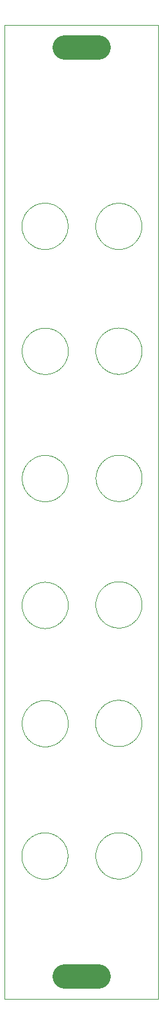
<source format=gko>
G75*
%MOIN*%
%OFA0B0*%
%FSLAX25Y25*%
%IPPOS*%
%LPD*%
%AMOC8*
5,1,8,0,0,1.08239X$1,22.5*
%
%ADD10C,0.00394*%
%ADD11C,0.12598*%
%ADD12C,0.00000*%
D10*
X0001998Y0001336D02*
X0001998Y0507242D01*
X0081998Y0507242D01*
X0081998Y0001336D01*
X0001998Y0001336D01*
D11*
X0033494Y0013147D02*
X0051211Y0013147D01*
X0051211Y0495431D02*
X0033494Y0495431D01*
D12*
X0011051Y0402798D02*
X0011055Y0403093D01*
X0011065Y0403387D01*
X0011084Y0403681D01*
X0011109Y0403975D01*
X0011141Y0404268D01*
X0011181Y0404560D01*
X0011228Y0404851D01*
X0011282Y0405141D01*
X0011343Y0405429D01*
X0011411Y0405716D01*
X0011486Y0406001D01*
X0011568Y0406284D01*
X0011657Y0406565D01*
X0011753Y0406843D01*
X0011856Y0407120D01*
X0011965Y0407393D01*
X0012081Y0407664D01*
X0012204Y0407932D01*
X0012333Y0408197D01*
X0012469Y0408459D01*
X0012611Y0408717D01*
X0012759Y0408971D01*
X0012914Y0409222D01*
X0013075Y0409469D01*
X0013241Y0409712D01*
X0013414Y0409951D01*
X0013593Y0410186D01*
X0013777Y0410416D01*
X0013966Y0410641D01*
X0014162Y0410862D01*
X0014362Y0411078D01*
X0014568Y0411289D01*
X0014779Y0411495D01*
X0014995Y0411695D01*
X0015216Y0411891D01*
X0015441Y0412080D01*
X0015671Y0412264D01*
X0015906Y0412443D01*
X0016145Y0412616D01*
X0016388Y0412782D01*
X0016635Y0412943D01*
X0016886Y0413098D01*
X0017140Y0413246D01*
X0017398Y0413388D01*
X0017660Y0413524D01*
X0017925Y0413653D01*
X0018193Y0413776D01*
X0018464Y0413892D01*
X0018737Y0414001D01*
X0019014Y0414104D01*
X0019292Y0414200D01*
X0019573Y0414289D01*
X0019856Y0414371D01*
X0020141Y0414446D01*
X0020428Y0414514D01*
X0020716Y0414575D01*
X0021006Y0414629D01*
X0021297Y0414676D01*
X0021589Y0414716D01*
X0021882Y0414748D01*
X0022176Y0414773D01*
X0022470Y0414792D01*
X0022764Y0414802D01*
X0023059Y0414806D01*
X0023354Y0414802D01*
X0023648Y0414792D01*
X0023942Y0414773D01*
X0024236Y0414748D01*
X0024529Y0414716D01*
X0024821Y0414676D01*
X0025112Y0414629D01*
X0025402Y0414575D01*
X0025690Y0414514D01*
X0025977Y0414446D01*
X0026262Y0414371D01*
X0026545Y0414289D01*
X0026826Y0414200D01*
X0027104Y0414104D01*
X0027381Y0414001D01*
X0027654Y0413892D01*
X0027925Y0413776D01*
X0028193Y0413653D01*
X0028458Y0413524D01*
X0028720Y0413388D01*
X0028978Y0413246D01*
X0029232Y0413098D01*
X0029483Y0412943D01*
X0029730Y0412782D01*
X0029973Y0412616D01*
X0030212Y0412443D01*
X0030447Y0412264D01*
X0030677Y0412080D01*
X0030902Y0411891D01*
X0031123Y0411695D01*
X0031339Y0411495D01*
X0031550Y0411289D01*
X0031756Y0411078D01*
X0031956Y0410862D01*
X0032152Y0410641D01*
X0032341Y0410416D01*
X0032525Y0410186D01*
X0032704Y0409951D01*
X0032877Y0409712D01*
X0033043Y0409469D01*
X0033204Y0409222D01*
X0033359Y0408971D01*
X0033507Y0408717D01*
X0033649Y0408459D01*
X0033785Y0408197D01*
X0033914Y0407932D01*
X0034037Y0407664D01*
X0034153Y0407393D01*
X0034262Y0407120D01*
X0034365Y0406843D01*
X0034461Y0406565D01*
X0034550Y0406284D01*
X0034632Y0406001D01*
X0034707Y0405716D01*
X0034775Y0405429D01*
X0034836Y0405141D01*
X0034890Y0404851D01*
X0034937Y0404560D01*
X0034977Y0404268D01*
X0035009Y0403975D01*
X0035034Y0403681D01*
X0035053Y0403387D01*
X0035063Y0403093D01*
X0035067Y0402798D01*
X0035063Y0402503D01*
X0035053Y0402209D01*
X0035034Y0401915D01*
X0035009Y0401621D01*
X0034977Y0401328D01*
X0034937Y0401036D01*
X0034890Y0400745D01*
X0034836Y0400455D01*
X0034775Y0400167D01*
X0034707Y0399880D01*
X0034632Y0399595D01*
X0034550Y0399312D01*
X0034461Y0399031D01*
X0034365Y0398753D01*
X0034262Y0398476D01*
X0034153Y0398203D01*
X0034037Y0397932D01*
X0033914Y0397664D01*
X0033785Y0397399D01*
X0033649Y0397137D01*
X0033507Y0396879D01*
X0033359Y0396625D01*
X0033204Y0396374D01*
X0033043Y0396127D01*
X0032877Y0395884D01*
X0032704Y0395645D01*
X0032525Y0395410D01*
X0032341Y0395180D01*
X0032152Y0394955D01*
X0031956Y0394734D01*
X0031756Y0394518D01*
X0031550Y0394307D01*
X0031339Y0394101D01*
X0031123Y0393901D01*
X0030902Y0393705D01*
X0030677Y0393516D01*
X0030447Y0393332D01*
X0030212Y0393153D01*
X0029973Y0392980D01*
X0029730Y0392814D01*
X0029483Y0392653D01*
X0029232Y0392498D01*
X0028978Y0392350D01*
X0028720Y0392208D01*
X0028458Y0392072D01*
X0028193Y0391943D01*
X0027925Y0391820D01*
X0027654Y0391704D01*
X0027381Y0391595D01*
X0027104Y0391492D01*
X0026826Y0391396D01*
X0026545Y0391307D01*
X0026262Y0391225D01*
X0025977Y0391150D01*
X0025690Y0391082D01*
X0025402Y0391021D01*
X0025112Y0390967D01*
X0024821Y0390920D01*
X0024529Y0390880D01*
X0024236Y0390848D01*
X0023942Y0390823D01*
X0023648Y0390804D01*
X0023354Y0390794D01*
X0023059Y0390790D01*
X0022764Y0390794D01*
X0022470Y0390804D01*
X0022176Y0390823D01*
X0021882Y0390848D01*
X0021589Y0390880D01*
X0021297Y0390920D01*
X0021006Y0390967D01*
X0020716Y0391021D01*
X0020428Y0391082D01*
X0020141Y0391150D01*
X0019856Y0391225D01*
X0019573Y0391307D01*
X0019292Y0391396D01*
X0019014Y0391492D01*
X0018737Y0391595D01*
X0018464Y0391704D01*
X0018193Y0391820D01*
X0017925Y0391943D01*
X0017660Y0392072D01*
X0017398Y0392208D01*
X0017140Y0392350D01*
X0016886Y0392498D01*
X0016635Y0392653D01*
X0016388Y0392814D01*
X0016145Y0392980D01*
X0015906Y0393153D01*
X0015671Y0393332D01*
X0015441Y0393516D01*
X0015216Y0393705D01*
X0014995Y0393901D01*
X0014779Y0394101D01*
X0014568Y0394307D01*
X0014362Y0394518D01*
X0014162Y0394734D01*
X0013966Y0394955D01*
X0013777Y0395180D01*
X0013593Y0395410D01*
X0013414Y0395645D01*
X0013241Y0395884D01*
X0013075Y0396127D01*
X0012914Y0396374D01*
X0012759Y0396625D01*
X0012611Y0396879D01*
X0012469Y0397137D01*
X0012333Y0397399D01*
X0012204Y0397664D01*
X0012081Y0397932D01*
X0011965Y0398203D01*
X0011856Y0398476D01*
X0011753Y0398753D01*
X0011657Y0399031D01*
X0011568Y0399312D01*
X0011486Y0399595D01*
X0011411Y0399880D01*
X0011343Y0400167D01*
X0011282Y0400455D01*
X0011228Y0400745D01*
X0011181Y0401036D01*
X0011141Y0401328D01*
X0011109Y0401621D01*
X0011084Y0401915D01*
X0011065Y0402209D01*
X0011055Y0402503D01*
X0011051Y0402798D01*
X0011178Y0337910D02*
X0011182Y0338205D01*
X0011192Y0338499D01*
X0011211Y0338793D01*
X0011236Y0339087D01*
X0011268Y0339380D01*
X0011308Y0339672D01*
X0011355Y0339963D01*
X0011409Y0340253D01*
X0011470Y0340541D01*
X0011538Y0340828D01*
X0011613Y0341113D01*
X0011695Y0341396D01*
X0011784Y0341677D01*
X0011880Y0341955D01*
X0011983Y0342232D01*
X0012092Y0342505D01*
X0012208Y0342776D01*
X0012331Y0343044D01*
X0012460Y0343309D01*
X0012596Y0343571D01*
X0012738Y0343829D01*
X0012886Y0344083D01*
X0013041Y0344334D01*
X0013202Y0344581D01*
X0013368Y0344824D01*
X0013541Y0345063D01*
X0013720Y0345298D01*
X0013904Y0345528D01*
X0014093Y0345753D01*
X0014289Y0345974D01*
X0014489Y0346190D01*
X0014695Y0346401D01*
X0014906Y0346607D01*
X0015122Y0346807D01*
X0015343Y0347003D01*
X0015568Y0347192D01*
X0015798Y0347376D01*
X0016033Y0347555D01*
X0016272Y0347728D01*
X0016515Y0347894D01*
X0016762Y0348055D01*
X0017013Y0348210D01*
X0017267Y0348358D01*
X0017525Y0348500D01*
X0017787Y0348636D01*
X0018052Y0348765D01*
X0018320Y0348888D01*
X0018591Y0349004D01*
X0018864Y0349113D01*
X0019141Y0349216D01*
X0019419Y0349312D01*
X0019700Y0349401D01*
X0019983Y0349483D01*
X0020268Y0349558D01*
X0020555Y0349626D01*
X0020843Y0349687D01*
X0021133Y0349741D01*
X0021424Y0349788D01*
X0021716Y0349828D01*
X0022009Y0349860D01*
X0022303Y0349885D01*
X0022597Y0349904D01*
X0022891Y0349914D01*
X0023186Y0349918D01*
X0023481Y0349914D01*
X0023775Y0349904D01*
X0024069Y0349885D01*
X0024363Y0349860D01*
X0024656Y0349828D01*
X0024948Y0349788D01*
X0025239Y0349741D01*
X0025529Y0349687D01*
X0025817Y0349626D01*
X0026104Y0349558D01*
X0026389Y0349483D01*
X0026672Y0349401D01*
X0026953Y0349312D01*
X0027231Y0349216D01*
X0027508Y0349113D01*
X0027781Y0349004D01*
X0028052Y0348888D01*
X0028320Y0348765D01*
X0028585Y0348636D01*
X0028847Y0348500D01*
X0029105Y0348358D01*
X0029359Y0348210D01*
X0029610Y0348055D01*
X0029857Y0347894D01*
X0030100Y0347728D01*
X0030339Y0347555D01*
X0030574Y0347376D01*
X0030804Y0347192D01*
X0031029Y0347003D01*
X0031250Y0346807D01*
X0031466Y0346607D01*
X0031677Y0346401D01*
X0031883Y0346190D01*
X0032083Y0345974D01*
X0032279Y0345753D01*
X0032468Y0345528D01*
X0032652Y0345298D01*
X0032831Y0345063D01*
X0033004Y0344824D01*
X0033170Y0344581D01*
X0033331Y0344334D01*
X0033486Y0344083D01*
X0033634Y0343829D01*
X0033776Y0343571D01*
X0033912Y0343309D01*
X0034041Y0343044D01*
X0034164Y0342776D01*
X0034280Y0342505D01*
X0034389Y0342232D01*
X0034492Y0341955D01*
X0034588Y0341677D01*
X0034677Y0341396D01*
X0034759Y0341113D01*
X0034834Y0340828D01*
X0034902Y0340541D01*
X0034963Y0340253D01*
X0035017Y0339963D01*
X0035064Y0339672D01*
X0035104Y0339380D01*
X0035136Y0339087D01*
X0035161Y0338793D01*
X0035180Y0338499D01*
X0035190Y0338205D01*
X0035194Y0337910D01*
X0035190Y0337615D01*
X0035180Y0337321D01*
X0035161Y0337027D01*
X0035136Y0336733D01*
X0035104Y0336440D01*
X0035064Y0336148D01*
X0035017Y0335857D01*
X0034963Y0335567D01*
X0034902Y0335279D01*
X0034834Y0334992D01*
X0034759Y0334707D01*
X0034677Y0334424D01*
X0034588Y0334143D01*
X0034492Y0333865D01*
X0034389Y0333588D01*
X0034280Y0333315D01*
X0034164Y0333044D01*
X0034041Y0332776D01*
X0033912Y0332511D01*
X0033776Y0332249D01*
X0033634Y0331991D01*
X0033486Y0331737D01*
X0033331Y0331486D01*
X0033170Y0331239D01*
X0033004Y0330996D01*
X0032831Y0330757D01*
X0032652Y0330522D01*
X0032468Y0330292D01*
X0032279Y0330067D01*
X0032083Y0329846D01*
X0031883Y0329630D01*
X0031677Y0329419D01*
X0031466Y0329213D01*
X0031250Y0329013D01*
X0031029Y0328817D01*
X0030804Y0328628D01*
X0030574Y0328444D01*
X0030339Y0328265D01*
X0030100Y0328092D01*
X0029857Y0327926D01*
X0029610Y0327765D01*
X0029359Y0327610D01*
X0029105Y0327462D01*
X0028847Y0327320D01*
X0028585Y0327184D01*
X0028320Y0327055D01*
X0028052Y0326932D01*
X0027781Y0326816D01*
X0027508Y0326707D01*
X0027231Y0326604D01*
X0026953Y0326508D01*
X0026672Y0326419D01*
X0026389Y0326337D01*
X0026104Y0326262D01*
X0025817Y0326194D01*
X0025529Y0326133D01*
X0025239Y0326079D01*
X0024948Y0326032D01*
X0024656Y0325992D01*
X0024363Y0325960D01*
X0024069Y0325935D01*
X0023775Y0325916D01*
X0023481Y0325906D01*
X0023186Y0325902D01*
X0022891Y0325906D01*
X0022597Y0325916D01*
X0022303Y0325935D01*
X0022009Y0325960D01*
X0021716Y0325992D01*
X0021424Y0326032D01*
X0021133Y0326079D01*
X0020843Y0326133D01*
X0020555Y0326194D01*
X0020268Y0326262D01*
X0019983Y0326337D01*
X0019700Y0326419D01*
X0019419Y0326508D01*
X0019141Y0326604D01*
X0018864Y0326707D01*
X0018591Y0326816D01*
X0018320Y0326932D01*
X0018052Y0327055D01*
X0017787Y0327184D01*
X0017525Y0327320D01*
X0017267Y0327462D01*
X0017013Y0327610D01*
X0016762Y0327765D01*
X0016515Y0327926D01*
X0016272Y0328092D01*
X0016033Y0328265D01*
X0015798Y0328444D01*
X0015568Y0328628D01*
X0015343Y0328817D01*
X0015122Y0329013D01*
X0014906Y0329213D01*
X0014695Y0329419D01*
X0014489Y0329630D01*
X0014289Y0329846D01*
X0014093Y0330067D01*
X0013904Y0330292D01*
X0013720Y0330522D01*
X0013541Y0330757D01*
X0013368Y0330996D01*
X0013202Y0331239D01*
X0013041Y0331486D01*
X0012886Y0331737D01*
X0012738Y0331991D01*
X0012596Y0332249D01*
X0012460Y0332511D01*
X0012331Y0332776D01*
X0012208Y0333044D01*
X0012092Y0333315D01*
X0011983Y0333588D01*
X0011880Y0333865D01*
X0011784Y0334143D01*
X0011695Y0334424D01*
X0011613Y0334707D01*
X0011538Y0334992D01*
X0011470Y0335279D01*
X0011409Y0335567D01*
X0011355Y0335857D01*
X0011308Y0336148D01*
X0011268Y0336440D01*
X0011236Y0336733D01*
X0011211Y0337027D01*
X0011192Y0337321D01*
X0011182Y0337615D01*
X0011178Y0337910D01*
X0011161Y0271822D02*
X0011165Y0272117D01*
X0011175Y0272411D01*
X0011194Y0272705D01*
X0011219Y0272999D01*
X0011251Y0273292D01*
X0011291Y0273584D01*
X0011338Y0273875D01*
X0011392Y0274165D01*
X0011453Y0274453D01*
X0011521Y0274740D01*
X0011596Y0275025D01*
X0011678Y0275308D01*
X0011767Y0275589D01*
X0011863Y0275867D01*
X0011966Y0276144D01*
X0012075Y0276417D01*
X0012191Y0276688D01*
X0012314Y0276956D01*
X0012443Y0277221D01*
X0012579Y0277483D01*
X0012721Y0277741D01*
X0012869Y0277995D01*
X0013024Y0278246D01*
X0013185Y0278493D01*
X0013351Y0278736D01*
X0013524Y0278975D01*
X0013703Y0279210D01*
X0013887Y0279440D01*
X0014076Y0279665D01*
X0014272Y0279886D01*
X0014472Y0280102D01*
X0014678Y0280313D01*
X0014889Y0280519D01*
X0015105Y0280719D01*
X0015326Y0280915D01*
X0015551Y0281104D01*
X0015781Y0281288D01*
X0016016Y0281467D01*
X0016255Y0281640D01*
X0016498Y0281806D01*
X0016745Y0281967D01*
X0016996Y0282122D01*
X0017250Y0282270D01*
X0017508Y0282412D01*
X0017770Y0282548D01*
X0018035Y0282677D01*
X0018303Y0282800D01*
X0018574Y0282916D01*
X0018847Y0283025D01*
X0019124Y0283128D01*
X0019402Y0283224D01*
X0019683Y0283313D01*
X0019966Y0283395D01*
X0020251Y0283470D01*
X0020538Y0283538D01*
X0020826Y0283599D01*
X0021116Y0283653D01*
X0021407Y0283700D01*
X0021699Y0283740D01*
X0021992Y0283772D01*
X0022286Y0283797D01*
X0022580Y0283816D01*
X0022874Y0283826D01*
X0023169Y0283830D01*
X0023464Y0283826D01*
X0023758Y0283816D01*
X0024052Y0283797D01*
X0024346Y0283772D01*
X0024639Y0283740D01*
X0024931Y0283700D01*
X0025222Y0283653D01*
X0025512Y0283599D01*
X0025800Y0283538D01*
X0026087Y0283470D01*
X0026372Y0283395D01*
X0026655Y0283313D01*
X0026936Y0283224D01*
X0027214Y0283128D01*
X0027491Y0283025D01*
X0027764Y0282916D01*
X0028035Y0282800D01*
X0028303Y0282677D01*
X0028568Y0282548D01*
X0028830Y0282412D01*
X0029088Y0282270D01*
X0029342Y0282122D01*
X0029593Y0281967D01*
X0029840Y0281806D01*
X0030083Y0281640D01*
X0030322Y0281467D01*
X0030557Y0281288D01*
X0030787Y0281104D01*
X0031012Y0280915D01*
X0031233Y0280719D01*
X0031449Y0280519D01*
X0031660Y0280313D01*
X0031866Y0280102D01*
X0032066Y0279886D01*
X0032262Y0279665D01*
X0032451Y0279440D01*
X0032635Y0279210D01*
X0032814Y0278975D01*
X0032987Y0278736D01*
X0033153Y0278493D01*
X0033314Y0278246D01*
X0033469Y0277995D01*
X0033617Y0277741D01*
X0033759Y0277483D01*
X0033895Y0277221D01*
X0034024Y0276956D01*
X0034147Y0276688D01*
X0034263Y0276417D01*
X0034372Y0276144D01*
X0034475Y0275867D01*
X0034571Y0275589D01*
X0034660Y0275308D01*
X0034742Y0275025D01*
X0034817Y0274740D01*
X0034885Y0274453D01*
X0034946Y0274165D01*
X0035000Y0273875D01*
X0035047Y0273584D01*
X0035087Y0273292D01*
X0035119Y0272999D01*
X0035144Y0272705D01*
X0035163Y0272411D01*
X0035173Y0272117D01*
X0035177Y0271822D01*
X0035173Y0271527D01*
X0035163Y0271233D01*
X0035144Y0270939D01*
X0035119Y0270645D01*
X0035087Y0270352D01*
X0035047Y0270060D01*
X0035000Y0269769D01*
X0034946Y0269479D01*
X0034885Y0269191D01*
X0034817Y0268904D01*
X0034742Y0268619D01*
X0034660Y0268336D01*
X0034571Y0268055D01*
X0034475Y0267777D01*
X0034372Y0267500D01*
X0034263Y0267227D01*
X0034147Y0266956D01*
X0034024Y0266688D01*
X0033895Y0266423D01*
X0033759Y0266161D01*
X0033617Y0265903D01*
X0033469Y0265649D01*
X0033314Y0265398D01*
X0033153Y0265151D01*
X0032987Y0264908D01*
X0032814Y0264669D01*
X0032635Y0264434D01*
X0032451Y0264204D01*
X0032262Y0263979D01*
X0032066Y0263758D01*
X0031866Y0263542D01*
X0031660Y0263331D01*
X0031449Y0263125D01*
X0031233Y0262925D01*
X0031012Y0262729D01*
X0030787Y0262540D01*
X0030557Y0262356D01*
X0030322Y0262177D01*
X0030083Y0262004D01*
X0029840Y0261838D01*
X0029593Y0261677D01*
X0029342Y0261522D01*
X0029088Y0261374D01*
X0028830Y0261232D01*
X0028568Y0261096D01*
X0028303Y0260967D01*
X0028035Y0260844D01*
X0027764Y0260728D01*
X0027491Y0260619D01*
X0027214Y0260516D01*
X0026936Y0260420D01*
X0026655Y0260331D01*
X0026372Y0260249D01*
X0026087Y0260174D01*
X0025800Y0260106D01*
X0025512Y0260045D01*
X0025222Y0259991D01*
X0024931Y0259944D01*
X0024639Y0259904D01*
X0024346Y0259872D01*
X0024052Y0259847D01*
X0023758Y0259828D01*
X0023464Y0259818D01*
X0023169Y0259814D01*
X0022874Y0259818D01*
X0022580Y0259828D01*
X0022286Y0259847D01*
X0021992Y0259872D01*
X0021699Y0259904D01*
X0021407Y0259944D01*
X0021116Y0259991D01*
X0020826Y0260045D01*
X0020538Y0260106D01*
X0020251Y0260174D01*
X0019966Y0260249D01*
X0019683Y0260331D01*
X0019402Y0260420D01*
X0019124Y0260516D01*
X0018847Y0260619D01*
X0018574Y0260728D01*
X0018303Y0260844D01*
X0018035Y0260967D01*
X0017770Y0261096D01*
X0017508Y0261232D01*
X0017250Y0261374D01*
X0016996Y0261522D01*
X0016745Y0261677D01*
X0016498Y0261838D01*
X0016255Y0262004D01*
X0016016Y0262177D01*
X0015781Y0262356D01*
X0015551Y0262540D01*
X0015326Y0262729D01*
X0015105Y0262925D01*
X0014889Y0263125D01*
X0014678Y0263331D01*
X0014472Y0263542D01*
X0014272Y0263758D01*
X0014076Y0263979D01*
X0013887Y0264204D01*
X0013703Y0264434D01*
X0013524Y0264669D01*
X0013351Y0264908D01*
X0013185Y0265151D01*
X0013024Y0265398D01*
X0012869Y0265649D01*
X0012721Y0265903D01*
X0012579Y0266161D01*
X0012443Y0266423D01*
X0012314Y0266688D01*
X0012191Y0266956D01*
X0012075Y0267227D01*
X0011966Y0267500D01*
X0011863Y0267777D01*
X0011767Y0268055D01*
X0011678Y0268336D01*
X0011596Y0268619D01*
X0011521Y0268904D01*
X0011453Y0269191D01*
X0011392Y0269479D01*
X0011338Y0269769D01*
X0011291Y0270060D01*
X0011251Y0270352D01*
X0011219Y0270645D01*
X0011194Y0270939D01*
X0011175Y0271233D01*
X0011165Y0271527D01*
X0011161Y0271822D01*
X0011118Y0205982D02*
X0011122Y0206277D01*
X0011132Y0206571D01*
X0011151Y0206865D01*
X0011176Y0207159D01*
X0011208Y0207452D01*
X0011248Y0207744D01*
X0011295Y0208035D01*
X0011349Y0208325D01*
X0011410Y0208613D01*
X0011478Y0208900D01*
X0011553Y0209185D01*
X0011635Y0209468D01*
X0011724Y0209749D01*
X0011820Y0210027D01*
X0011923Y0210304D01*
X0012032Y0210577D01*
X0012148Y0210848D01*
X0012271Y0211116D01*
X0012400Y0211381D01*
X0012536Y0211643D01*
X0012678Y0211901D01*
X0012826Y0212155D01*
X0012981Y0212406D01*
X0013142Y0212653D01*
X0013308Y0212896D01*
X0013481Y0213135D01*
X0013660Y0213370D01*
X0013844Y0213600D01*
X0014033Y0213825D01*
X0014229Y0214046D01*
X0014429Y0214262D01*
X0014635Y0214473D01*
X0014846Y0214679D01*
X0015062Y0214879D01*
X0015283Y0215075D01*
X0015508Y0215264D01*
X0015738Y0215448D01*
X0015973Y0215627D01*
X0016212Y0215800D01*
X0016455Y0215966D01*
X0016702Y0216127D01*
X0016953Y0216282D01*
X0017207Y0216430D01*
X0017465Y0216572D01*
X0017727Y0216708D01*
X0017992Y0216837D01*
X0018260Y0216960D01*
X0018531Y0217076D01*
X0018804Y0217185D01*
X0019081Y0217288D01*
X0019359Y0217384D01*
X0019640Y0217473D01*
X0019923Y0217555D01*
X0020208Y0217630D01*
X0020495Y0217698D01*
X0020783Y0217759D01*
X0021073Y0217813D01*
X0021364Y0217860D01*
X0021656Y0217900D01*
X0021949Y0217932D01*
X0022243Y0217957D01*
X0022537Y0217976D01*
X0022831Y0217986D01*
X0023126Y0217990D01*
X0023421Y0217986D01*
X0023715Y0217976D01*
X0024009Y0217957D01*
X0024303Y0217932D01*
X0024596Y0217900D01*
X0024888Y0217860D01*
X0025179Y0217813D01*
X0025469Y0217759D01*
X0025757Y0217698D01*
X0026044Y0217630D01*
X0026329Y0217555D01*
X0026612Y0217473D01*
X0026893Y0217384D01*
X0027171Y0217288D01*
X0027448Y0217185D01*
X0027721Y0217076D01*
X0027992Y0216960D01*
X0028260Y0216837D01*
X0028525Y0216708D01*
X0028787Y0216572D01*
X0029045Y0216430D01*
X0029299Y0216282D01*
X0029550Y0216127D01*
X0029797Y0215966D01*
X0030040Y0215800D01*
X0030279Y0215627D01*
X0030514Y0215448D01*
X0030744Y0215264D01*
X0030969Y0215075D01*
X0031190Y0214879D01*
X0031406Y0214679D01*
X0031617Y0214473D01*
X0031823Y0214262D01*
X0032023Y0214046D01*
X0032219Y0213825D01*
X0032408Y0213600D01*
X0032592Y0213370D01*
X0032771Y0213135D01*
X0032944Y0212896D01*
X0033110Y0212653D01*
X0033271Y0212406D01*
X0033426Y0212155D01*
X0033574Y0211901D01*
X0033716Y0211643D01*
X0033852Y0211381D01*
X0033981Y0211116D01*
X0034104Y0210848D01*
X0034220Y0210577D01*
X0034329Y0210304D01*
X0034432Y0210027D01*
X0034528Y0209749D01*
X0034617Y0209468D01*
X0034699Y0209185D01*
X0034774Y0208900D01*
X0034842Y0208613D01*
X0034903Y0208325D01*
X0034957Y0208035D01*
X0035004Y0207744D01*
X0035044Y0207452D01*
X0035076Y0207159D01*
X0035101Y0206865D01*
X0035120Y0206571D01*
X0035130Y0206277D01*
X0035134Y0205982D01*
X0035130Y0205687D01*
X0035120Y0205393D01*
X0035101Y0205099D01*
X0035076Y0204805D01*
X0035044Y0204512D01*
X0035004Y0204220D01*
X0034957Y0203929D01*
X0034903Y0203639D01*
X0034842Y0203351D01*
X0034774Y0203064D01*
X0034699Y0202779D01*
X0034617Y0202496D01*
X0034528Y0202215D01*
X0034432Y0201937D01*
X0034329Y0201660D01*
X0034220Y0201387D01*
X0034104Y0201116D01*
X0033981Y0200848D01*
X0033852Y0200583D01*
X0033716Y0200321D01*
X0033574Y0200063D01*
X0033426Y0199809D01*
X0033271Y0199558D01*
X0033110Y0199311D01*
X0032944Y0199068D01*
X0032771Y0198829D01*
X0032592Y0198594D01*
X0032408Y0198364D01*
X0032219Y0198139D01*
X0032023Y0197918D01*
X0031823Y0197702D01*
X0031617Y0197491D01*
X0031406Y0197285D01*
X0031190Y0197085D01*
X0030969Y0196889D01*
X0030744Y0196700D01*
X0030514Y0196516D01*
X0030279Y0196337D01*
X0030040Y0196164D01*
X0029797Y0195998D01*
X0029550Y0195837D01*
X0029299Y0195682D01*
X0029045Y0195534D01*
X0028787Y0195392D01*
X0028525Y0195256D01*
X0028260Y0195127D01*
X0027992Y0195004D01*
X0027721Y0194888D01*
X0027448Y0194779D01*
X0027171Y0194676D01*
X0026893Y0194580D01*
X0026612Y0194491D01*
X0026329Y0194409D01*
X0026044Y0194334D01*
X0025757Y0194266D01*
X0025469Y0194205D01*
X0025179Y0194151D01*
X0024888Y0194104D01*
X0024596Y0194064D01*
X0024303Y0194032D01*
X0024009Y0194007D01*
X0023715Y0193988D01*
X0023421Y0193978D01*
X0023126Y0193974D01*
X0022831Y0193978D01*
X0022537Y0193988D01*
X0022243Y0194007D01*
X0021949Y0194032D01*
X0021656Y0194064D01*
X0021364Y0194104D01*
X0021073Y0194151D01*
X0020783Y0194205D01*
X0020495Y0194266D01*
X0020208Y0194334D01*
X0019923Y0194409D01*
X0019640Y0194491D01*
X0019359Y0194580D01*
X0019081Y0194676D01*
X0018804Y0194779D01*
X0018531Y0194888D01*
X0018260Y0195004D01*
X0017992Y0195127D01*
X0017727Y0195256D01*
X0017465Y0195392D01*
X0017207Y0195534D01*
X0016953Y0195682D01*
X0016702Y0195837D01*
X0016455Y0195998D01*
X0016212Y0196164D01*
X0015973Y0196337D01*
X0015738Y0196516D01*
X0015508Y0196700D01*
X0015283Y0196889D01*
X0015062Y0197085D01*
X0014846Y0197285D01*
X0014635Y0197491D01*
X0014429Y0197702D01*
X0014229Y0197918D01*
X0014033Y0198139D01*
X0013844Y0198364D01*
X0013660Y0198594D01*
X0013481Y0198829D01*
X0013308Y0199068D01*
X0013142Y0199311D01*
X0012981Y0199558D01*
X0012826Y0199809D01*
X0012678Y0200063D01*
X0012536Y0200321D01*
X0012400Y0200583D01*
X0012271Y0200848D01*
X0012148Y0201116D01*
X0012032Y0201387D01*
X0011923Y0201660D01*
X0011820Y0201937D01*
X0011724Y0202215D01*
X0011635Y0202496D01*
X0011553Y0202779D01*
X0011478Y0203064D01*
X0011410Y0203351D01*
X0011349Y0203639D01*
X0011295Y0203929D01*
X0011248Y0204220D01*
X0011208Y0204512D01*
X0011176Y0204805D01*
X0011151Y0205099D01*
X0011132Y0205393D01*
X0011122Y0205687D01*
X0011118Y0205982D01*
X0011161Y0144562D02*
X0011165Y0144857D01*
X0011175Y0145151D01*
X0011194Y0145445D01*
X0011219Y0145739D01*
X0011251Y0146032D01*
X0011291Y0146324D01*
X0011338Y0146615D01*
X0011392Y0146905D01*
X0011453Y0147193D01*
X0011521Y0147480D01*
X0011596Y0147765D01*
X0011678Y0148048D01*
X0011767Y0148329D01*
X0011863Y0148607D01*
X0011966Y0148884D01*
X0012075Y0149157D01*
X0012191Y0149428D01*
X0012314Y0149696D01*
X0012443Y0149961D01*
X0012579Y0150223D01*
X0012721Y0150481D01*
X0012869Y0150735D01*
X0013024Y0150986D01*
X0013185Y0151233D01*
X0013351Y0151476D01*
X0013524Y0151715D01*
X0013703Y0151950D01*
X0013887Y0152180D01*
X0014076Y0152405D01*
X0014272Y0152626D01*
X0014472Y0152842D01*
X0014678Y0153053D01*
X0014889Y0153259D01*
X0015105Y0153459D01*
X0015326Y0153655D01*
X0015551Y0153844D01*
X0015781Y0154028D01*
X0016016Y0154207D01*
X0016255Y0154380D01*
X0016498Y0154546D01*
X0016745Y0154707D01*
X0016996Y0154862D01*
X0017250Y0155010D01*
X0017508Y0155152D01*
X0017770Y0155288D01*
X0018035Y0155417D01*
X0018303Y0155540D01*
X0018574Y0155656D01*
X0018847Y0155765D01*
X0019124Y0155868D01*
X0019402Y0155964D01*
X0019683Y0156053D01*
X0019966Y0156135D01*
X0020251Y0156210D01*
X0020538Y0156278D01*
X0020826Y0156339D01*
X0021116Y0156393D01*
X0021407Y0156440D01*
X0021699Y0156480D01*
X0021992Y0156512D01*
X0022286Y0156537D01*
X0022580Y0156556D01*
X0022874Y0156566D01*
X0023169Y0156570D01*
X0023464Y0156566D01*
X0023758Y0156556D01*
X0024052Y0156537D01*
X0024346Y0156512D01*
X0024639Y0156480D01*
X0024931Y0156440D01*
X0025222Y0156393D01*
X0025512Y0156339D01*
X0025800Y0156278D01*
X0026087Y0156210D01*
X0026372Y0156135D01*
X0026655Y0156053D01*
X0026936Y0155964D01*
X0027214Y0155868D01*
X0027491Y0155765D01*
X0027764Y0155656D01*
X0028035Y0155540D01*
X0028303Y0155417D01*
X0028568Y0155288D01*
X0028830Y0155152D01*
X0029088Y0155010D01*
X0029342Y0154862D01*
X0029593Y0154707D01*
X0029840Y0154546D01*
X0030083Y0154380D01*
X0030322Y0154207D01*
X0030557Y0154028D01*
X0030787Y0153844D01*
X0031012Y0153655D01*
X0031233Y0153459D01*
X0031449Y0153259D01*
X0031660Y0153053D01*
X0031866Y0152842D01*
X0032066Y0152626D01*
X0032262Y0152405D01*
X0032451Y0152180D01*
X0032635Y0151950D01*
X0032814Y0151715D01*
X0032987Y0151476D01*
X0033153Y0151233D01*
X0033314Y0150986D01*
X0033469Y0150735D01*
X0033617Y0150481D01*
X0033759Y0150223D01*
X0033895Y0149961D01*
X0034024Y0149696D01*
X0034147Y0149428D01*
X0034263Y0149157D01*
X0034372Y0148884D01*
X0034475Y0148607D01*
X0034571Y0148329D01*
X0034660Y0148048D01*
X0034742Y0147765D01*
X0034817Y0147480D01*
X0034885Y0147193D01*
X0034946Y0146905D01*
X0035000Y0146615D01*
X0035047Y0146324D01*
X0035087Y0146032D01*
X0035119Y0145739D01*
X0035144Y0145445D01*
X0035163Y0145151D01*
X0035173Y0144857D01*
X0035177Y0144562D01*
X0035173Y0144267D01*
X0035163Y0143973D01*
X0035144Y0143679D01*
X0035119Y0143385D01*
X0035087Y0143092D01*
X0035047Y0142800D01*
X0035000Y0142509D01*
X0034946Y0142219D01*
X0034885Y0141931D01*
X0034817Y0141644D01*
X0034742Y0141359D01*
X0034660Y0141076D01*
X0034571Y0140795D01*
X0034475Y0140517D01*
X0034372Y0140240D01*
X0034263Y0139967D01*
X0034147Y0139696D01*
X0034024Y0139428D01*
X0033895Y0139163D01*
X0033759Y0138901D01*
X0033617Y0138643D01*
X0033469Y0138389D01*
X0033314Y0138138D01*
X0033153Y0137891D01*
X0032987Y0137648D01*
X0032814Y0137409D01*
X0032635Y0137174D01*
X0032451Y0136944D01*
X0032262Y0136719D01*
X0032066Y0136498D01*
X0031866Y0136282D01*
X0031660Y0136071D01*
X0031449Y0135865D01*
X0031233Y0135665D01*
X0031012Y0135469D01*
X0030787Y0135280D01*
X0030557Y0135096D01*
X0030322Y0134917D01*
X0030083Y0134744D01*
X0029840Y0134578D01*
X0029593Y0134417D01*
X0029342Y0134262D01*
X0029088Y0134114D01*
X0028830Y0133972D01*
X0028568Y0133836D01*
X0028303Y0133707D01*
X0028035Y0133584D01*
X0027764Y0133468D01*
X0027491Y0133359D01*
X0027214Y0133256D01*
X0026936Y0133160D01*
X0026655Y0133071D01*
X0026372Y0132989D01*
X0026087Y0132914D01*
X0025800Y0132846D01*
X0025512Y0132785D01*
X0025222Y0132731D01*
X0024931Y0132684D01*
X0024639Y0132644D01*
X0024346Y0132612D01*
X0024052Y0132587D01*
X0023758Y0132568D01*
X0023464Y0132558D01*
X0023169Y0132554D01*
X0022874Y0132558D01*
X0022580Y0132568D01*
X0022286Y0132587D01*
X0021992Y0132612D01*
X0021699Y0132644D01*
X0021407Y0132684D01*
X0021116Y0132731D01*
X0020826Y0132785D01*
X0020538Y0132846D01*
X0020251Y0132914D01*
X0019966Y0132989D01*
X0019683Y0133071D01*
X0019402Y0133160D01*
X0019124Y0133256D01*
X0018847Y0133359D01*
X0018574Y0133468D01*
X0018303Y0133584D01*
X0018035Y0133707D01*
X0017770Y0133836D01*
X0017508Y0133972D01*
X0017250Y0134114D01*
X0016996Y0134262D01*
X0016745Y0134417D01*
X0016498Y0134578D01*
X0016255Y0134744D01*
X0016016Y0134917D01*
X0015781Y0135096D01*
X0015551Y0135280D01*
X0015326Y0135469D01*
X0015105Y0135665D01*
X0014889Y0135865D01*
X0014678Y0136071D01*
X0014472Y0136282D01*
X0014272Y0136498D01*
X0014076Y0136719D01*
X0013887Y0136944D01*
X0013703Y0137174D01*
X0013524Y0137409D01*
X0013351Y0137648D01*
X0013185Y0137891D01*
X0013024Y0138138D01*
X0012869Y0138389D01*
X0012721Y0138643D01*
X0012579Y0138901D01*
X0012443Y0139163D01*
X0012314Y0139428D01*
X0012191Y0139696D01*
X0012075Y0139967D01*
X0011966Y0140240D01*
X0011863Y0140517D01*
X0011767Y0140795D01*
X0011678Y0141076D01*
X0011596Y0141359D01*
X0011521Y0141644D01*
X0011453Y0141931D01*
X0011392Y0142219D01*
X0011338Y0142509D01*
X0011291Y0142800D01*
X0011251Y0143092D01*
X0011219Y0143385D01*
X0011194Y0143679D01*
X0011175Y0143973D01*
X0011165Y0144267D01*
X0011161Y0144562D01*
X0010977Y0075837D02*
X0010981Y0076132D01*
X0010991Y0076426D01*
X0011010Y0076720D01*
X0011035Y0077014D01*
X0011067Y0077307D01*
X0011107Y0077599D01*
X0011154Y0077890D01*
X0011208Y0078180D01*
X0011269Y0078468D01*
X0011337Y0078755D01*
X0011412Y0079040D01*
X0011494Y0079323D01*
X0011583Y0079604D01*
X0011679Y0079882D01*
X0011782Y0080159D01*
X0011891Y0080432D01*
X0012007Y0080703D01*
X0012130Y0080971D01*
X0012259Y0081236D01*
X0012395Y0081498D01*
X0012537Y0081756D01*
X0012685Y0082010D01*
X0012840Y0082261D01*
X0013001Y0082508D01*
X0013167Y0082751D01*
X0013340Y0082990D01*
X0013519Y0083225D01*
X0013703Y0083455D01*
X0013892Y0083680D01*
X0014088Y0083901D01*
X0014288Y0084117D01*
X0014494Y0084328D01*
X0014705Y0084534D01*
X0014921Y0084734D01*
X0015142Y0084930D01*
X0015367Y0085119D01*
X0015597Y0085303D01*
X0015832Y0085482D01*
X0016071Y0085655D01*
X0016314Y0085821D01*
X0016561Y0085982D01*
X0016812Y0086137D01*
X0017066Y0086285D01*
X0017324Y0086427D01*
X0017586Y0086563D01*
X0017851Y0086692D01*
X0018119Y0086815D01*
X0018390Y0086931D01*
X0018663Y0087040D01*
X0018940Y0087143D01*
X0019218Y0087239D01*
X0019499Y0087328D01*
X0019782Y0087410D01*
X0020067Y0087485D01*
X0020354Y0087553D01*
X0020642Y0087614D01*
X0020932Y0087668D01*
X0021223Y0087715D01*
X0021515Y0087755D01*
X0021808Y0087787D01*
X0022102Y0087812D01*
X0022396Y0087831D01*
X0022690Y0087841D01*
X0022985Y0087845D01*
X0023280Y0087841D01*
X0023574Y0087831D01*
X0023868Y0087812D01*
X0024162Y0087787D01*
X0024455Y0087755D01*
X0024747Y0087715D01*
X0025038Y0087668D01*
X0025328Y0087614D01*
X0025616Y0087553D01*
X0025903Y0087485D01*
X0026188Y0087410D01*
X0026471Y0087328D01*
X0026752Y0087239D01*
X0027030Y0087143D01*
X0027307Y0087040D01*
X0027580Y0086931D01*
X0027851Y0086815D01*
X0028119Y0086692D01*
X0028384Y0086563D01*
X0028646Y0086427D01*
X0028904Y0086285D01*
X0029158Y0086137D01*
X0029409Y0085982D01*
X0029656Y0085821D01*
X0029899Y0085655D01*
X0030138Y0085482D01*
X0030373Y0085303D01*
X0030603Y0085119D01*
X0030828Y0084930D01*
X0031049Y0084734D01*
X0031265Y0084534D01*
X0031476Y0084328D01*
X0031682Y0084117D01*
X0031882Y0083901D01*
X0032078Y0083680D01*
X0032267Y0083455D01*
X0032451Y0083225D01*
X0032630Y0082990D01*
X0032803Y0082751D01*
X0032969Y0082508D01*
X0033130Y0082261D01*
X0033285Y0082010D01*
X0033433Y0081756D01*
X0033575Y0081498D01*
X0033711Y0081236D01*
X0033840Y0080971D01*
X0033963Y0080703D01*
X0034079Y0080432D01*
X0034188Y0080159D01*
X0034291Y0079882D01*
X0034387Y0079604D01*
X0034476Y0079323D01*
X0034558Y0079040D01*
X0034633Y0078755D01*
X0034701Y0078468D01*
X0034762Y0078180D01*
X0034816Y0077890D01*
X0034863Y0077599D01*
X0034903Y0077307D01*
X0034935Y0077014D01*
X0034960Y0076720D01*
X0034979Y0076426D01*
X0034989Y0076132D01*
X0034993Y0075837D01*
X0034989Y0075542D01*
X0034979Y0075248D01*
X0034960Y0074954D01*
X0034935Y0074660D01*
X0034903Y0074367D01*
X0034863Y0074075D01*
X0034816Y0073784D01*
X0034762Y0073494D01*
X0034701Y0073206D01*
X0034633Y0072919D01*
X0034558Y0072634D01*
X0034476Y0072351D01*
X0034387Y0072070D01*
X0034291Y0071792D01*
X0034188Y0071515D01*
X0034079Y0071242D01*
X0033963Y0070971D01*
X0033840Y0070703D01*
X0033711Y0070438D01*
X0033575Y0070176D01*
X0033433Y0069918D01*
X0033285Y0069664D01*
X0033130Y0069413D01*
X0032969Y0069166D01*
X0032803Y0068923D01*
X0032630Y0068684D01*
X0032451Y0068449D01*
X0032267Y0068219D01*
X0032078Y0067994D01*
X0031882Y0067773D01*
X0031682Y0067557D01*
X0031476Y0067346D01*
X0031265Y0067140D01*
X0031049Y0066940D01*
X0030828Y0066744D01*
X0030603Y0066555D01*
X0030373Y0066371D01*
X0030138Y0066192D01*
X0029899Y0066019D01*
X0029656Y0065853D01*
X0029409Y0065692D01*
X0029158Y0065537D01*
X0028904Y0065389D01*
X0028646Y0065247D01*
X0028384Y0065111D01*
X0028119Y0064982D01*
X0027851Y0064859D01*
X0027580Y0064743D01*
X0027307Y0064634D01*
X0027030Y0064531D01*
X0026752Y0064435D01*
X0026471Y0064346D01*
X0026188Y0064264D01*
X0025903Y0064189D01*
X0025616Y0064121D01*
X0025328Y0064060D01*
X0025038Y0064006D01*
X0024747Y0063959D01*
X0024455Y0063919D01*
X0024162Y0063887D01*
X0023868Y0063862D01*
X0023574Y0063843D01*
X0023280Y0063833D01*
X0022985Y0063829D01*
X0022690Y0063833D01*
X0022396Y0063843D01*
X0022102Y0063862D01*
X0021808Y0063887D01*
X0021515Y0063919D01*
X0021223Y0063959D01*
X0020932Y0064006D01*
X0020642Y0064060D01*
X0020354Y0064121D01*
X0020067Y0064189D01*
X0019782Y0064264D01*
X0019499Y0064346D01*
X0019218Y0064435D01*
X0018940Y0064531D01*
X0018663Y0064634D01*
X0018390Y0064743D01*
X0018119Y0064859D01*
X0017851Y0064982D01*
X0017586Y0065111D01*
X0017324Y0065247D01*
X0017066Y0065389D01*
X0016812Y0065537D01*
X0016561Y0065692D01*
X0016314Y0065853D01*
X0016071Y0066019D01*
X0015832Y0066192D01*
X0015597Y0066371D01*
X0015367Y0066555D01*
X0015142Y0066744D01*
X0014921Y0066940D01*
X0014705Y0067140D01*
X0014494Y0067346D01*
X0014288Y0067557D01*
X0014088Y0067773D01*
X0013892Y0067994D01*
X0013703Y0068219D01*
X0013519Y0068449D01*
X0013340Y0068684D01*
X0013167Y0068923D01*
X0013001Y0069166D01*
X0012840Y0069413D01*
X0012685Y0069664D01*
X0012537Y0069918D01*
X0012395Y0070176D01*
X0012259Y0070438D01*
X0012130Y0070703D01*
X0012007Y0070971D01*
X0011891Y0071242D01*
X0011782Y0071515D01*
X0011679Y0071792D01*
X0011583Y0072070D01*
X0011494Y0072351D01*
X0011412Y0072634D01*
X0011337Y0072919D01*
X0011269Y0073206D01*
X0011208Y0073494D01*
X0011154Y0073784D01*
X0011107Y0074075D01*
X0011067Y0074367D01*
X0011035Y0074660D01*
X0011010Y0074954D01*
X0010991Y0075248D01*
X0010981Y0075542D01*
X0010977Y0075837D01*
X0049527Y0075911D02*
X0049531Y0076206D01*
X0049541Y0076500D01*
X0049560Y0076794D01*
X0049585Y0077088D01*
X0049617Y0077381D01*
X0049657Y0077673D01*
X0049704Y0077964D01*
X0049758Y0078254D01*
X0049819Y0078542D01*
X0049887Y0078829D01*
X0049962Y0079114D01*
X0050044Y0079397D01*
X0050133Y0079678D01*
X0050229Y0079956D01*
X0050332Y0080233D01*
X0050441Y0080506D01*
X0050557Y0080777D01*
X0050680Y0081045D01*
X0050809Y0081310D01*
X0050945Y0081572D01*
X0051087Y0081830D01*
X0051235Y0082084D01*
X0051390Y0082335D01*
X0051551Y0082582D01*
X0051717Y0082825D01*
X0051890Y0083064D01*
X0052069Y0083299D01*
X0052253Y0083529D01*
X0052442Y0083754D01*
X0052638Y0083975D01*
X0052838Y0084191D01*
X0053044Y0084402D01*
X0053255Y0084608D01*
X0053471Y0084808D01*
X0053692Y0085004D01*
X0053917Y0085193D01*
X0054147Y0085377D01*
X0054382Y0085556D01*
X0054621Y0085729D01*
X0054864Y0085895D01*
X0055111Y0086056D01*
X0055362Y0086211D01*
X0055616Y0086359D01*
X0055874Y0086501D01*
X0056136Y0086637D01*
X0056401Y0086766D01*
X0056669Y0086889D01*
X0056940Y0087005D01*
X0057213Y0087114D01*
X0057490Y0087217D01*
X0057768Y0087313D01*
X0058049Y0087402D01*
X0058332Y0087484D01*
X0058617Y0087559D01*
X0058904Y0087627D01*
X0059192Y0087688D01*
X0059482Y0087742D01*
X0059773Y0087789D01*
X0060065Y0087829D01*
X0060358Y0087861D01*
X0060652Y0087886D01*
X0060946Y0087905D01*
X0061240Y0087915D01*
X0061535Y0087919D01*
X0061830Y0087915D01*
X0062124Y0087905D01*
X0062418Y0087886D01*
X0062712Y0087861D01*
X0063005Y0087829D01*
X0063297Y0087789D01*
X0063588Y0087742D01*
X0063878Y0087688D01*
X0064166Y0087627D01*
X0064453Y0087559D01*
X0064738Y0087484D01*
X0065021Y0087402D01*
X0065302Y0087313D01*
X0065580Y0087217D01*
X0065857Y0087114D01*
X0066130Y0087005D01*
X0066401Y0086889D01*
X0066669Y0086766D01*
X0066934Y0086637D01*
X0067196Y0086501D01*
X0067454Y0086359D01*
X0067708Y0086211D01*
X0067959Y0086056D01*
X0068206Y0085895D01*
X0068449Y0085729D01*
X0068688Y0085556D01*
X0068923Y0085377D01*
X0069153Y0085193D01*
X0069378Y0085004D01*
X0069599Y0084808D01*
X0069815Y0084608D01*
X0070026Y0084402D01*
X0070232Y0084191D01*
X0070432Y0083975D01*
X0070628Y0083754D01*
X0070817Y0083529D01*
X0071001Y0083299D01*
X0071180Y0083064D01*
X0071353Y0082825D01*
X0071519Y0082582D01*
X0071680Y0082335D01*
X0071835Y0082084D01*
X0071983Y0081830D01*
X0072125Y0081572D01*
X0072261Y0081310D01*
X0072390Y0081045D01*
X0072513Y0080777D01*
X0072629Y0080506D01*
X0072738Y0080233D01*
X0072841Y0079956D01*
X0072937Y0079678D01*
X0073026Y0079397D01*
X0073108Y0079114D01*
X0073183Y0078829D01*
X0073251Y0078542D01*
X0073312Y0078254D01*
X0073366Y0077964D01*
X0073413Y0077673D01*
X0073453Y0077381D01*
X0073485Y0077088D01*
X0073510Y0076794D01*
X0073529Y0076500D01*
X0073539Y0076206D01*
X0073543Y0075911D01*
X0073539Y0075616D01*
X0073529Y0075322D01*
X0073510Y0075028D01*
X0073485Y0074734D01*
X0073453Y0074441D01*
X0073413Y0074149D01*
X0073366Y0073858D01*
X0073312Y0073568D01*
X0073251Y0073280D01*
X0073183Y0072993D01*
X0073108Y0072708D01*
X0073026Y0072425D01*
X0072937Y0072144D01*
X0072841Y0071866D01*
X0072738Y0071589D01*
X0072629Y0071316D01*
X0072513Y0071045D01*
X0072390Y0070777D01*
X0072261Y0070512D01*
X0072125Y0070250D01*
X0071983Y0069992D01*
X0071835Y0069738D01*
X0071680Y0069487D01*
X0071519Y0069240D01*
X0071353Y0068997D01*
X0071180Y0068758D01*
X0071001Y0068523D01*
X0070817Y0068293D01*
X0070628Y0068068D01*
X0070432Y0067847D01*
X0070232Y0067631D01*
X0070026Y0067420D01*
X0069815Y0067214D01*
X0069599Y0067014D01*
X0069378Y0066818D01*
X0069153Y0066629D01*
X0068923Y0066445D01*
X0068688Y0066266D01*
X0068449Y0066093D01*
X0068206Y0065927D01*
X0067959Y0065766D01*
X0067708Y0065611D01*
X0067454Y0065463D01*
X0067196Y0065321D01*
X0066934Y0065185D01*
X0066669Y0065056D01*
X0066401Y0064933D01*
X0066130Y0064817D01*
X0065857Y0064708D01*
X0065580Y0064605D01*
X0065302Y0064509D01*
X0065021Y0064420D01*
X0064738Y0064338D01*
X0064453Y0064263D01*
X0064166Y0064195D01*
X0063878Y0064134D01*
X0063588Y0064080D01*
X0063297Y0064033D01*
X0063005Y0063993D01*
X0062712Y0063961D01*
X0062418Y0063936D01*
X0062124Y0063917D01*
X0061830Y0063907D01*
X0061535Y0063903D01*
X0061240Y0063907D01*
X0060946Y0063917D01*
X0060652Y0063936D01*
X0060358Y0063961D01*
X0060065Y0063993D01*
X0059773Y0064033D01*
X0059482Y0064080D01*
X0059192Y0064134D01*
X0058904Y0064195D01*
X0058617Y0064263D01*
X0058332Y0064338D01*
X0058049Y0064420D01*
X0057768Y0064509D01*
X0057490Y0064605D01*
X0057213Y0064708D01*
X0056940Y0064817D01*
X0056669Y0064933D01*
X0056401Y0065056D01*
X0056136Y0065185D01*
X0055874Y0065321D01*
X0055616Y0065463D01*
X0055362Y0065611D01*
X0055111Y0065766D01*
X0054864Y0065927D01*
X0054621Y0066093D01*
X0054382Y0066266D01*
X0054147Y0066445D01*
X0053917Y0066629D01*
X0053692Y0066818D01*
X0053471Y0067014D01*
X0053255Y0067214D01*
X0053044Y0067420D01*
X0052838Y0067631D01*
X0052638Y0067847D01*
X0052442Y0068068D01*
X0052253Y0068293D01*
X0052069Y0068523D01*
X0051890Y0068758D01*
X0051717Y0068997D01*
X0051551Y0069240D01*
X0051390Y0069487D01*
X0051235Y0069738D01*
X0051087Y0069992D01*
X0050945Y0070250D01*
X0050809Y0070512D01*
X0050680Y0070777D01*
X0050557Y0071045D01*
X0050441Y0071316D01*
X0050332Y0071589D01*
X0050229Y0071866D01*
X0050133Y0072144D01*
X0050044Y0072425D01*
X0049962Y0072708D01*
X0049887Y0072993D01*
X0049819Y0073280D01*
X0049758Y0073568D01*
X0049704Y0073858D01*
X0049657Y0074149D01*
X0049617Y0074441D01*
X0049585Y0074734D01*
X0049560Y0075028D01*
X0049541Y0075322D01*
X0049531Y0075616D01*
X0049527Y0075911D01*
X0049417Y0144673D02*
X0049421Y0144968D01*
X0049431Y0145262D01*
X0049450Y0145556D01*
X0049475Y0145850D01*
X0049507Y0146143D01*
X0049547Y0146435D01*
X0049594Y0146726D01*
X0049648Y0147016D01*
X0049709Y0147304D01*
X0049777Y0147591D01*
X0049852Y0147876D01*
X0049934Y0148159D01*
X0050023Y0148440D01*
X0050119Y0148718D01*
X0050222Y0148995D01*
X0050331Y0149268D01*
X0050447Y0149539D01*
X0050570Y0149807D01*
X0050699Y0150072D01*
X0050835Y0150334D01*
X0050977Y0150592D01*
X0051125Y0150846D01*
X0051280Y0151097D01*
X0051441Y0151344D01*
X0051607Y0151587D01*
X0051780Y0151826D01*
X0051959Y0152061D01*
X0052143Y0152291D01*
X0052332Y0152516D01*
X0052528Y0152737D01*
X0052728Y0152953D01*
X0052934Y0153164D01*
X0053145Y0153370D01*
X0053361Y0153570D01*
X0053582Y0153766D01*
X0053807Y0153955D01*
X0054037Y0154139D01*
X0054272Y0154318D01*
X0054511Y0154491D01*
X0054754Y0154657D01*
X0055001Y0154818D01*
X0055252Y0154973D01*
X0055506Y0155121D01*
X0055764Y0155263D01*
X0056026Y0155399D01*
X0056291Y0155528D01*
X0056559Y0155651D01*
X0056830Y0155767D01*
X0057103Y0155876D01*
X0057380Y0155979D01*
X0057658Y0156075D01*
X0057939Y0156164D01*
X0058222Y0156246D01*
X0058507Y0156321D01*
X0058794Y0156389D01*
X0059082Y0156450D01*
X0059372Y0156504D01*
X0059663Y0156551D01*
X0059955Y0156591D01*
X0060248Y0156623D01*
X0060542Y0156648D01*
X0060836Y0156667D01*
X0061130Y0156677D01*
X0061425Y0156681D01*
X0061720Y0156677D01*
X0062014Y0156667D01*
X0062308Y0156648D01*
X0062602Y0156623D01*
X0062895Y0156591D01*
X0063187Y0156551D01*
X0063478Y0156504D01*
X0063768Y0156450D01*
X0064056Y0156389D01*
X0064343Y0156321D01*
X0064628Y0156246D01*
X0064911Y0156164D01*
X0065192Y0156075D01*
X0065470Y0155979D01*
X0065747Y0155876D01*
X0066020Y0155767D01*
X0066291Y0155651D01*
X0066559Y0155528D01*
X0066824Y0155399D01*
X0067086Y0155263D01*
X0067344Y0155121D01*
X0067598Y0154973D01*
X0067849Y0154818D01*
X0068096Y0154657D01*
X0068339Y0154491D01*
X0068578Y0154318D01*
X0068813Y0154139D01*
X0069043Y0153955D01*
X0069268Y0153766D01*
X0069489Y0153570D01*
X0069705Y0153370D01*
X0069916Y0153164D01*
X0070122Y0152953D01*
X0070322Y0152737D01*
X0070518Y0152516D01*
X0070707Y0152291D01*
X0070891Y0152061D01*
X0071070Y0151826D01*
X0071243Y0151587D01*
X0071409Y0151344D01*
X0071570Y0151097D01*
X0071725Y0150846D01*
X0071873Y0150592D01*
X0072015Y0150334D01*
X0072151Y0150072D01*
X0072280Y0149807D01*
X0072403Y0149539D01*
X0072519Y0149268D01*
X0072628Y0148995D01*
X0072731Y0148718D01*
X0072827Y0148440D01*
X0072916Y0148159D01*
X0072998Y0147876D01*
X0073073Y0147591D01*
X0073141Y0147304D01*
X0073202Y0147016D01*
X0073256Y0146726D01*
X0073303Y0146435D01*
X0073343Y0146143D01*
X0073375Y0145850D01*
X0073400Y0145556D01*
X0073419Y0145262D01*
X0073429Y0144968D01*
X0073433Y0144673D01*
X0073429Y0144378D01*
X0073419Y0144084D01*
X0073400Y0143790D01*
X0073375Y0143496D01*
X0073343Y0143203D01*
X0073303Y0142911D01*
X0073256Y0142620D01*
X0073202Y0142330D01*
X0073141Y0142042D01*
X0073073Y0141755D01*
X0072998Y0141470D01*
X0072916Y0141187D01*
X0072827Y0140906D01*
X0072731Y0140628D01*
X0072628Y0140351D01*
X0072519Y0140078D01*
X0072403Y0139807D01*
X0072280Y0139539D01*
X0072151Y0139274D01*
X0072015Y0139012D01*
X0071873Y0138754D01*
X0071725Y0138500D01*
X0071570Y0138249D01*
X0071409Y0138002D01*
X0071243Y0137759D01*
X0071070Y0137520D01*
X0070891Y0137285D01*
X0070707Y0137055D01*
X0070518Y0136830D01*
X0070322Y0136609D01*
X0070122Y0136393D01*
X0069916Y0136182D01*
X0069705Y0135976D01*
X0069489Y0135776D01*
X0069268Y0135580D01*
X0069043Y0135391D01*
X0068813Y0135207D01*
X0068578Y0135028D01*
X0068339Y0134855D01*
X0068096Y0134689D01*
X0067849Y0134528D01*
X0067598Y0134373D01*
X0067344Y0134225D01*
X0067086Y0134083D01*
X0066824Y0133947D01*
X0066559Y0133818D01*
X0066291Y0133695D01*
X0066020Y0133579D01*
X0065747Y0133470D01*
X0065470Y0133367D01*
X0065192Y0133271D01*
X0064911Y0133182D01*
X0064628Y0133100D01*
X0064343Y0133025D01*
X0064056Y0132957D01*
X0063768Y0132896D01*
X0063478Y0132842D01*
X0063187Y0132795D01*
X0062895Y0132755D01*
X0062602Y0132723D01*
X0062308Y0132698D01*
X0062014Y0132679D01*
X0061720Y0132669D01*
X0061425Y0132665D01*
X0061130Y0132669D01*
X0060836Y0132679D01*
X0060542Y0132698D01*
X0060248Y0132723D01*
X0059955Y0132755D01*
X0059663Y0132795D01*
X0059372Y0132842D01*
X0059082Y0132896D01*
X0058794Y0132957D01*
X0058507Y0133025D01*
X0058222Y0133100D01*
X0057939Y0133182D01*
X0057658Y0133271D01*
X0057380Y0133367D01*
X0057103Y0133470D01*
X0056830Y0133579D01*
X0056559Y0133695D01*
X0056291Y0133818D01*
X0056026Y0133947D01*
X0055764Y0134083D01*
X0055506Y0134225D01*
X0055252Y0134373D01*
X0055001Y0134528D01*
X0054754Y0134689D01*
X0054511Y0134855D01*
X0054272Y0135028D01*
X0054037Y0135207D01*
X0053807Y0135391D01*
X0053582Y0135580D01*
X0053361Y0135776D01*
X0053145Y0135976D01*
X0052934Y0136182D01*
X0052728Y0136393D01*
X0052528Y0136609D01*
X0052332Y0136830D01*
X0052143Y0137055D01*
X0051959Y0137285D01*
X0051780Y0137520D01*
X0051607Y0137759D01*
X0051441Y0138002D01*
X0051280Y0138249D01*
X0051125Y0138500D01*
X0050977Y0138754D01*
X0050835Y0139012D01*
X0050699Y0139274D01*
X0050570Y0139539D01*
X0050447Y0139807D01*
X0050331Y0140078D01*
X0050222Y0140351D01*
X0050119Y0140628D01*
X0050023Y0140906D01*
X0049934Y0141187D01*
X0049852Y0141470D01*
X0049777Y0141755D01*
X0049709Y0142042D01*
X0049648Y0142330D01*
X0049594Y0142620D01*
X0049547Y0142911D01*
X0049507Y0143203D01*
X0049475Y0143496D01*
X0049450Y0143790D01*
X0049431Y0144084D01*
X0049421Y0144378D01*
X0049417Y0144673D01*
X0049527Y0206261D02*
X0049531Y0206556D01*
X0049541Y0206850D01*
X0049560Y0207144D01*
X0049585Y0207438D01*
X0049617Y0207731D01*
X0049657Y0208023D01*
X0049704Y0208314D01*
X0049758Y0208604D01*
X0049819Y0208892D01*
X0049887Y0209179D01*
X0049962Y0209464D01*
X0050044Y0209747D01*
X0050133Y0210028D01*
X0050229Y0210306D01*
X0050332Y0210583D01*
X0050441Y0210856D01*
X0050557Y0211127D01*
X0050680Y0211395D01*
X0050809Y0211660D01*
X0050945Y0211922D01*
X0051087Y0212180D01*
X0051235Y0212434D01*
X0051390Y0212685D01*
X0051551Y0212932D01*
X0051717Y0213175D01*
X0051890Y0213414D01*
X0052069Y0213649D01*
X0052253Y0213879D01*
X0052442Y0214104D01*
X0052638Y0214325D01*
X0052838Y0214541D01*
X0053044Y0214752D01*
X0053255Y0214958D01*
X0053471Y0215158D01*
X0053692Y0215354D01*
X0053917Y0215543D01*
X0054147Y0215727D01*
X0054382Y0215906D01*
X0054621Y0216079D01*
X0054864Y0216245D01*
X0055111Y0216406D01*
X0055362Y0216561D01*
X0055616Y0216709D01*
X0055874Y0216851D01*
X0056136Y0216987D01*
X0056401Y0217116D01*
X0056669Y0217239D01*
X0056940Y0217355D01*
X0057213Y0217464D01*
X0057490Y0217567D01*
X0057768Y0217663D01*
X0058049Y0217752D01*
X0058332Y0217834D01*
X0058617Y0217909D01*
X0058904Y0217977D01*
X0059192Y0218038D01*
X0059482Y0218092D01*
X0059773Y0218139D01*
X0060065Y0218179D01*
X0060358Y0218211D01*
X0060652Y0218236D01*
X0060946Y0218255D01*
X0061240Y0218265D01*
X0061535Y0218269D01*
X0061830Y0218265D01*
X0062124Y0218255D01*
X0062418Y0218236D01*
X0062712Y0218211D01*
X0063005Y0218179D01*
X0063297Y0218139D01*
X0063588Y0218092D01*
X0063878Y0218038D01*
X0064166Y0217977D01*
X0064453Y0217909D01*
X0064738Y0217834D01*
X0065021Y0217752D01*
X0065302Y0217663D01*
X0065580Y0217567D01*
X0065857Y0217464D01*
X0066130Y0217355D01*
X0066401Y0217239D01*
X0066669Y0217116D01*
X0066934Y0216987D01*
X0067196Y0216851D01*
X0067454Y0216709D01*
X0067708Y0216561D01*
X0067959Y0216406D01*
X0068206Y0216245D01*
X0068449Y0216079D01*
X0068688Y0215906D01*
X0068923Y0215727D01*
X0069153Y0215543D01*
X0069378Y0215354D01*
X0069599Y0215158D01*
X0069815Y0214958D01*
X0070026Y0214752D01*
X0070232Y0214541D01*
X0070432Y0214325D01*
X0070628Y0214104D01*
X0070817Y0213879D01*
X0071001Y0213649D01*
X0071180Y0213414D01*
X0071353Y0213175D01*
X0071519Y0212932D01*
X0071680Y0212685D01*
X0071835Y0212434D01*
X0071983Y0212180D01*
X0072125Y0211922D01*
X0072261Y0211660D01*
X0072390Y0211395D01*
X0072513Y0211127D01*
X0072629Y0210856D01*
X0072738Y0210583D01*
X0072841Y0210306D01*
X0072937Y0210028D01*
X0073026Y0209747D01*
X0073108Y0209464D01*
X0073183Y0209179D01*
X0073251Y0208892D01*
X0073312Y0208604D01*
X0073366Y0208314D01*
X0073413Y0208023D01*
X0073453Y0207731D01*
X0073485Y0207438D01*
X0073510Y0207144D01*
X0073529Y0206850D01*
X0073539Y0206556D01*
X0073543Y0206261D01*
X0073539Y0205966D01*
X0073529Y0205672D01*
X0073510Y0205378D01*
X0073485Y0205084D01*
X0073453Y0204791D01*
X0073413Y0204499D01*
X0073366Y0204208D01*
X0073312Y0203918D01*
X0073251Y0203630D01*
X0073183Y0203343D01*
X0073108Y0203058D01*
X0073026Y0202775D01*
X0072937Y0202494D01*
X0072841Y0202216D01*
X0072738Y0201939D01*
X0072629Y0201666D01*
X0072513Y0201395D01*
X0072390Y0201127D01*
X0072261Y0200862D01*
X0072125Y0200600D01*
X0071983Y0200342D01*
X0071835Y0200088D01*
X0071680Y0199837D01*
X0071519Y0199590D01*
X0071353Y0199347D01*
X0071180Y0199108D01*
X0071001Y0198873D01*
X0070817Y0198643D01*
X0070628Y0198418D01*
X0070432Y0198197D01*
X0070232Y0197981D01*
X0070026Y0197770D01*
X0069815Y0197564D01*
X0069599Y0197364D01*
X0069378Y0197168D01*
X0069153Y0196979D01*
X0068923Y0196795D01*
X0068688Y0196616D01*
X0068449Y0196443D01*
X0068206Y0196277D01*
X0067959Y0196116D01*
X0067708Y0195961D01*
X0067454Y0195813D01*
X0067196Y0195671D01*
X0066934Y0195535D01*
X0066669Y0195406D01*
X0066401Y0195283D01*
X0066130Y0195167D01*
X0065857Y0195058D01*
X0065580Y0194955D01*
X0065302Y0194859D01*
X0065021Y0194770D01*
X0064738Y0194688D01*
X0064453Y0194613D01*
X0064166Y0194545D01*
X0063878Y0194484D01*
X0063588Y0194430D01*
X0063297Y0194383D01*
X0063005Y0194343D01*
X0062712Y0194311D01*
X0062418Y0194286D01*
X0062124Y0194267D01*
X0061830Y0194257D01*
X0061535Y0194253D01*
X0061240Y0194257D01*
X0060946Y0194267D01*
X0060652Y0194286D01*
X0060358Y0194311D01*
X0060065Y0194343D01*
X0059773Y0194383D01*
X0059482Y0194430D01*
X0059192Y0194484D01*
X0058904Y0194545D01*
X0058617Y0194613D01*
X0058332Y0194688D01*
X0058049Y0194770D01*
X0057768Y0194859D01*
X0057490Y0194955D01*
X0057213Y0195058D01*
X0056940Y0195167D01*
X0056669Y0195283D01*
X0056401Y0195406D01*
X0056136Y0195535D01*
X0055874Y0195671D01*
X0055616Y0195813D01*
X0055362Y0195961D01*
X0055111Y0196116D01*
X0054864Y0196277D01*
X0054621Y0196443D01*
X0054382Y0196616D01*
X0054147Y0196795D01*
X0053917Y0196979D01*
X0053692Y0197168D01*
X0053471Y0197364D01*
X0053255Y0197564D01*
X0053044Y0197770D01*
X0052838Y0197981D01*
X0052638Y0198197D01*
X0052442Y0198418D01*
X0052253Y0198643D01*
X0052069Y0198873D01*
X0051890Y0199108D01*
X0051717Y0199347D01*
X0051551Y0199590D01*
X0051390Y0199837D01*
X0051235Y0200088D01*
X0051087Y0200342D01*
X0050945Y0200600D01*
X0050809Y0200862D01*
X0050680Y0201127D01*
X0050557Y0201395D01*
X0050441Y0201666D01*
X0050332Y0201939D01*
X0050229Y0202216D01*
X0050133Y0202494D01*
X0050044Y0202775D01*
X0049962Y0203058D01*
X0049887Y0203343D01*
X0049819Y0203630D01*
X0049758Y0203918D01*
X0049704Y0204208D01*
X0049657Y0204499D01*
X0049617Y0204791D01*
X0049585Y0205084D01*
X0049560Y0205378D01*
X0049541Y0205672D01*
X0049531Y0205966D01*
X0049527Y0206261D01*
X0049601Y0271932D02*
X0049605Y0272227D01*
X0049615Y0272521D01*
X0049634Y0272815D01*
X0049659Y0273109D01*
X0049691Y0273402D01*
X0049731Y0273694D01*
X0049778Y0273985D01*
X0049832Y0274275D01*
X0049893Y0274563D01*
X0049961Y0274850D01*
X0050036Y0275135D01*
X0050118Y0275418D01*
X0050207Y0275699D01*
X0050303Y0275977D01*
X0050406Y0276254D01*
X0050515Y0276527D01*
X0050631Y0276798D01*
X0050754Y0277066D01*
X0050883Y0277331D01*
X0051019Y0277593D01*
X0051161Y0277851D01*
X0051309Y0278105D01*
X0051464Y0278356D01*
X0051625Y0278603D01*
X0051791Y0278846D01*
X0051964Y0279085D01*
X0052143Y0279320D01*
X0052327Y0279550D01*
X0052516Y0279775D01*
X0052712Y0279996D01*
X0052912Y0280212D01*
X0053118Y0280423D01*
X0053329Y0280629D01*
X0053545Y0280829D01*
X0053766Y0281025D01*
X0053991Y0281214D01*
X0054221Y0281398D01*
X0054456Y0281577D01*
X0054695Y0281750D01*
X0054938Y0281916D01*
X0055185Y0282077D01*
X0055436Y0282232D01*
X0055690Y0282380D01*
X0055948Y0282522D01*
X0056210Y0282658D01*
X0056475Y0282787D01*
X0056743Y0282910D01*
X0057014Y0283026D01*
X0057287Y0283135D01*
X0057564Y0283238D01*
X0057842Y0283334D01*
X0058123Y0283423D01*
X0058406Y0283505D01*
X0058691Y0283580D01*
X0058978Y0283648D01*
X0059266Y0283709D01*
X0059556Y0283763D01*
X0059847Y0283810D01*
X0060139Y0283850D01*
X0060432Y0283882D01*
X0060726Y0283907D01*
X0061020Y0283926D01*
X0061314Y0283936D01*
X0061609Y0283940D01*
X0061904Y0283936D01*
X0062198Y0283926D01*
X0062492Y0283907D01*
X0062786Y0283882D01*
X0063079Y0283850D01*
X0063371Y0283810D01*
X0063662Y0283763D01*
X0063952Y0283709D01*
X0064240Y0283648D01*
X0064527Y0283580D01*
X0064812Y0283505D01*
X0065095Y0283423D01*
X0065376Y0283334D01*
X0065654Y0283238D01*
X0065931Y0283135D01*
X0066204Y0283026D01*
X0066475Y0282910D01*
X0066743Y0282787D01*
X0067008Y0282658D01*
X0067270Y0282522D01*
X0067528Y0282380D01*
X0067782Y0282232D01*
X0068033Y0282077D01*
X0068280Y0281916D01*
X0068523Y0281750D01*
X0068762Y0281577D01*
X0068997Y0281398D01*
X0069227Y0281214D01*
X0069452Y0281025D01*
X0069673Y0280829D01*
X0069889Y0280629D01*
X0070100Y0280423D01*
X0070306Y0280212D01*
X0070506Y0279996D01*
X0070702Y0279775D01*
X0070891Y0279550D01*
X0071075Y0279320D01*
X0071254Y0279085D01*
X0071427Y0278846D01*
X0071593Y0278603D01*
X0071754Y0278356D01*
X0071909Y0278105D01*
X0072057Y0277851D01*
X0072199Y0277593D01*
X0072335Y0277331D01*
X0072464Y0277066D01*
X0072587Y0276798D01*
X0072703Y0276527D01*
X0072812Y0276254D01*
X0072915Y0275977D01*
X0073011Y0275699D01*
X0073100Y0275418D01*
X0073182Y0275135D01*
X0073257Y0274850D01*
X0073325Y0274563D01*
X0073386Y0274275D01*
X0073440Y0273985D01*
X0073487Y0273694D01*
X0073527Y0273402D01*
X0073559Y0273109D01*
X0073584Y0272815D01*
X0073603Y0272521D01*
X0073613Y0272227D01*
X0073617Y0271932D01*
X0073613Y0271637D01*
X0073603Y0271343D01*
X0073584Y0271049D01*
X0073559Y0270755D01*
X0073527Y0270462D01*
X0073487Y0270170D01*
X0073440Y0269879D01*
X0073386Y0269589D01*
X0073325Y0269301D01*
X0073257Y0269014D01*
X0073182Y0268729D01*
X0073100Y0268446D01*
X0073011Y0268165D01*
X0072915Y0267887D01*
X0072812Y0267610D01*
X0072703Y0267337D01*
X0072587Y0267066D01*
X0072464Y0266798D01*
X0072335Y0266533D01*
X0072199Y0266271D01*
X0072057Y0266013D01*
X0071909Y0265759D01*
X0071754Y0265508D01*
X0071593Y0265261D01*
X0071427Y0265018D01*
X0071254Y0264779D01*
X0071075Y0264544D01*
X0070891Y0264314D01*
X0070702Y0264089D01*
X0070506Y0263868D01*
X0070306Y0263652D01*
X0070100Y0263441D01*
X0069889Y0263235D01*
X0069673Y0263035D01*
X0069452Y0262839D01*
X0069227Y0262650D01*
X0068997Y0262466D01*
X0068762Y0262287D01*
X0068523Y0262114D01*
X0068280Y0261948D01*
X0068033Y0261787D01*
X0067782Y0261632D01*
X0067528Y0261484D01*
X0067270Y0261342D01*
X0067008Y0261206D01*
X0066743Y0261077D01*
X0066475Y0260954D01*
X0066204Y0260838D01*
X0065931Y0260729D01*
X0065654Y0260626D01*
X0065376Y0260530D01*
X0065095Y0260441D01*
X0064812Y0260359D01*
X0064527Y0260284D01*
X0064240Y0260216D01*
X0063952Y0260155D01*
X0063662Y0260101D01*
X0063371Y0260054D01*
X0063079Y0260014D01*
X0062786Y0259982D01*
X0062492Y0259957D01*
X0062198Y0259938D01*
X0061904Y0259928D01*
X0061609Y0259924D01*
X0061314Y0259928D01*
X0061020Y0259938D01*
X0060726Y0259957D01*
X0060432Y0259982D01*
X0060139Y0260014D01*
X0059847Y0260054D01*
X0059556Y0260101D01*
X0059266Y0260155D01*
X0058978Y0260216D01*
X0058691Y0260284D01*
X0058406Y0260359D01*
X0058123Y0260441D01*
X0057842Y0260530D01*
X0057564Y0260626D01*
X0057287Y0260729D01*
X0057014Y0260838D01*
X0056743Y0260954D01*
X0056475Y0261077D01*
X0056210Y0261206D01*
X0055948Y0261342D01*
X0055690Y0261484D01*
X0055436Y0261632D01*
X0055185Y0261787D01*
X0054938Y0261948D01*
X0054695Y0262114D01*
X0054456Y0262287D01*
X0054221Y0262466D01*
X0053991Y0262650D01*
X0053766Y0262839D01*
X0053545Y0263035D01*
X0053329Y0263235D01*
X0053118Y0263441D01*
X0052912Y0263652D01*
X0052712Y0263868D01*
X0052516Y0264089D01*
X0052327Y0264314D01*
X0052143Y0264544D01*
X0051964Y0264779D01*
X0051791Y0265018D01*
X0051625Y0265261D01*
X0051464Y0265508D01*
X0051309Y0265759D01*
X0051161Y0266013D01*
X0051019Y0266271D01*
X0050883Y0266533D01*
X0050754Y0266798D01*
X0050631Y0267066D01*
X0050515Y0267337D01*
X0050406Y0267610D01*
X0050303Y0267887D01*
X0050207Y0268165D01*
X0050118Y0268446D01*
X0050036Y0268729D01*
X0049961Y0269014D01*
X0049893Y0269301D01*
X0049832Y0269589D01*
X0049778Y0269879D01*
X0049731Y0270170D01*
X0049691Y0270462D01*
X0049659Y0270755D01*
X0049634Y0271049D01*
X0049615Y0271343D01*
X0049605Y0271637D01*
X0049601Y0271932D01*
X0049527Y0337972D02*
X0049531Y0338267D01*
X0049541Y0338561D01*
X0049560Y0338855D01*
X0049585Y0339149D01*
X0049617Y0339442D01*
X0049657Y0339734D01*
X0049704Y0340025D01*
X0049758Y0340315D01*
X0049819Y0340603D01*
X0049887Y0340890D01*
X0049962Y0341175D01*
X0050044Y0341458D01*
X0050133Y0341739D01*
X0050229Y0342017D01*
X0050332Y0342294D01*
X0050441Y0342567D01*
X0050557Y0342838D01*
X0050680Y0343106D01*
X0050809Y0343371D01*
X0050945Y0343633D01*
X0051087Y0343891D01*
X0051235Y0344145D01*
X0051390Y0344396D01*
X0051551Y0344643D01*
X0051717Y0344886D01*
X0051890Y0345125D01*
X0052069Y0345360D01*
X0052253Y0345590D01*
X0052442Y0345815D01*
X0052638Y0346036D01*
X0052838Y0346252D01*
X0053044Y0346463D01*
X0053255Y0346669D01*
X0053471Y0346869D01*
X0053692Y0347065D01*
X0053917Y0347254D01*
X0054147Y0347438D01*
X0054382Y0347617D01*
X0054621Y0347790D01*
X0054864Y0347956D01*
X0055111Y0348117D01*
X0055362Y0348272D01*
X0055616Y0348420D01*
X0055874Y0348562D01*
X0056136Y0348698D01*
X0056401Y0348827D01*
X0056669Y0348950D01*
X0056940Y0349066D01*
X0057213Y0349175D01*
X0057490Y0349278D01*
X0057768Y0349374D01*
X0058049Y0349463D01*
X0058332Y0349545D01*
X0058617Y0349620D01*
X0058904Y0349688D01*
X0059192Y0349749D01*
X0059482Y0349803D01*
X0059773Y0349850D01*
X0060065Y0349890D01*
X0060358Y0349922D01*
X0060652Y0349947D01*
X0060946Y0349966D01*
X0061240Y0349976D01*
X0061535Y0349980D01*
X0061830Y0349976D01*
X0062124Y0349966D01*
X0062418Y0349947D01*
X0062712Y0349922D01*
X0063005Y0349890D01*
X0063297Y0349850D01*
X0063588Y0349803D01*
X0063878Y0349749D01*
X0064166Y0349688D01*
X0064453Y0349620D01*
X0064738Y0349545D01*
X0065021Y0349463D01*
X0065302Y0349374D01*
X0065580Y0349278D01*
X0065857Y0349175D01*
X0066130Y0349066D01*
X0066401Y0348950D01*
X0066669Y0348827D01*
X0066934Y0348698D01*
X0067196Y0348562D01*
X0067454Y0348420D01*
X0067708Y0348272D01*
X0067959Y0348117D01*
X0068206Y0347956D01*
X0068449Y0347790D01*
X0068688Y0347617D01*
X0068923Y0347438D01*
X0069153Y0347254D01*
X0069378Y0347065D01*
X0069599Y0346869D01*
X0069815Y0346669D01*
X0070026Y0346463D01*
X0070232Y0346252D01*
X0070432Y0346036D01*
X0070628Y0345815D01*
X0070817Y0345590D01*
X0071001Y0345360D01*
X0071180Y0345125D01*
X0071353Y0344886D01*
X0071519Y0344643D01*
X0071680Y0344396D01*
X0071835Y0344145D01*
X0071983Y0343891D01*
X0072125Y0343633D01*
X0072261Y0343371D01*
X0072390Y0343106D01*
X0072513Y0342838D01*
X0072629Y0342567D01*
X0072738Y0342294D01*
X0072841Y0342017D01*
X0072937Y0341739D01*
X0073026Y0341458D01*
X0073108Y0341175D01*
X0073183Y0340890D01*
X0073251Y0340603D01*
X0073312Y0340315D01*
X0073366Y0340025D01*
X0073413Y0339734D01*
X0073453Y0339442D01*
X0073485Y0339149D01*
X0073510Y0338855D01*
X0073529Y0338561D01*
X0073539Y0338267D01*
X0073543Y0337972D01*
X0073539Y0337677D01*
X0073529Y0337383D01*
X0073510Y0337089D01*
X0073485Y0336795D01*
X0073453Y0336502D01*
X0073413Y0336210D01*
X0073366Y0335919D01*
X0073312Y0335629D01*
X0073251Y0335341D01*
X0073183Y0335054D01*
X0073108Y0334769D01*
X0073026Y0334486D01*
X0072937Y0334205D01*
X0072841Y0333927D01*
X0072738Y0333650D01*
X0072629Y0333377D01*
X0072513Y0333106D01*
X0072390Y0332838D01*
X0072261Y0332573D01*
X0072125Y0332311D01*
X0071983Y0332053D01*
X0071835Y0331799D01*
X0071680Y0331548D01*
X0071519Y0331301D01*
X0071353Y0331058D01*
X0071180Y0330819D01*
X0071001Y0330584D01*
X0070817Y0330354D01*
X0070628Y0330129D01*
X0070432Y0329908D01*
X0070232Y0329692D01*
X0070026Y0329481D01*
X0069815Y0329275D01*
X0069599Y0329075D01*
X0069378Y0328879D01*
X0069153Y0328690D01*
X0068923Y0328506D01*
X0068688Y0328327D01*
X0068449Y0328154D01*
X0068206Y0327988D01*
X0067959Y0327827D01*
X0067708Y0327672D01*
X0067454Y0327524D01*
X0067196Y0327382D01*
X0066934Y0327246D01*
X0066669Y0327117D01*
X0066401Y0326994D01*
X0066130Y0326878D01*
X0065857Y0326769D01*
X0065580Y0326666D01*
X0065302Y0326570D01*
X0065021Y0326481D01*
X0064738Y0326399D01*
X0064453Y0326324D01*
X0064166Y0326256D01*
X0063878Y0326195D01*
X0063588Y0326141D01*
X0063297Y0326094D01*
X0063005Y0326054D01*
X0062712Y0326022D01*
X0062418Y0325997D01*
X0062124Y0325978D01*
X0061830Y0325968D01*
X0061535Y0325964D01*
X0061240Y0325968D01*
X0060946Y0325978D01*
X0060652Y0325997D01*
X0060358Y0326022D01*
X0060065Y0326054D01*
X0059773Y0326094D01*
X0059482Y0326141D01*
X0059192Y0326195D01*
X0058904Y0326256D01*
X0058617Y0326324D01*
X0058332Y0326399D01*
X0058049Y0326481D01*
X0057768Y0326570D01*
X0057490Y0326666D01*
X0057213Y0326769D01*
X0056940Y0326878D01*
X0056669Y0326994D01*
X0056401Y0327117D01*
X0056136Y0327246D01*
X0055874Y0327382D01*
X0055616Y0327524D01*
X0055362Y0327672D01*
X0055111Y0327827D01*
X0054864Y0327988D01*
X0054621Y0328154D01*
X0054382Y0328327D01*
X0054147Y0328506D01*
X0053917Y0328690D01*
X0053692Y0328879D01*
X0053471Y0329075D01*
X0053255Y0329275D01*
X0053044Y0329481D01*
X0052838Y0329692D01*
X0052638Y0329908D01*
X0052442Y0330129D01*
X0052253Y0330354D01*
X0052069Y0330584D01*
X0051890Y0330819D01*
X0051717Y0331058D01*
X0051551Y0331301D01*
X0051390Y0331548D01*
X0051235Y0331799D01*
X0051087Y0332053D01*
X0050945Y0332311D01*
X0050809Y0332573D01*
X0050680Y0332838D01*
X0050557Y0333106D01*
X0050441Y0333377D01*
X0050332Y0333650D01*
X0050229Y0333927D01*
X0050133Y0334205D01*
X0050044Y0334486D01*
X0049962Y0334769D01*
X0049887Y0335054D01*
X0049819Y0335341D01*
X0049758Y0335629D01*
X0049704Y0335919D01*
X0049657Y0336210D01*
X0049617Y0336502D01*
X0049585Y0336795D01*
X0049560Y0337089D01*
X0049541Y0337383D01*
X0049531Y0337677D01*
X0049527Y0337972D01*
X0049454Y0402761D02*
X0049458Y0403056D01*
X0049468Y0403350D01*
X0049487Y0403644D01*
X0049512Y0403938D01*
X0049544Y0404231D01*
X0049584Y0404523D01*
X0049631Y0404814D01*
X0049685Y0405104D01*
X0049746Y0405392D01*
X0049814Y0405679D01*
X0049889Y0405964D01*
X0049971Y0406247D01*
X0050060Y0406528D01*
X0050156Y0406806D01*
X0050259Y0407083D01*
X0050368Y0407356D01*
X0050484Y0407627D01*
X0050607Y0407895D01*
X0050736Y0408160D01*
X0050872Y0408422D01*
X0051014Y0408680D01*
X0051162Y0408934D01*
X0051317Y0409185D01*
X0051478Y0409432D01*
X0051644Y0409675D01*
X0051817Y0409914D01*
X0051996Y0410149D01*
X0052180Y0410379D01*
X0052369Y0410604D01*
X0052565Y0410825D01*
X0052765Y0411041D01*
X0052971Y0411252D01*
X0053182Y0411458D01*
X0053398Y0411658D01*
X0053619Y0411854D01*
X0053844Y0412043D01*
X0054074Y0412227D01*
X0054309Y0412406D01*
X0054548Y0412579D01*
X0054791Y0412745D01*
X0055038Y0412906D01*
X0055289Y0413061D01*
X0055543Y0413209D01*
X0055801Y0413351D01*
X0056063Y0413487D01*
X0056328Y0413616D01*
X0056596Y0413739D01*
X0056867Y0413855D01*
X0057140Y0413964D01*
X0057417Y0414067D01*
X0057695Y0414163D01*
X0057976Y0414252D01*
X0058259Y0414334D01*
X0058544Y0414409D01*
X0058831Y0414477D01*
X0059119Y0414538D01*
X0059409Y0414592D01*
X0059700Y0414639D01*
X0059992Y0414679D01*
X0060285Y0414711D01*
X0060579Y0414736D01*
X0060873Y0414755D01*
X0061167Y0414765D01*
X0061462Y0414769D01*
X0061757Y0414765D01*
X0062051Y0414755D01*
X0062345Y0414736D01*
X0062639Y0414711D01*
X0062932Y0414679D01*
X0063224Y0414639D01*
X0063515Y0414592D01*
X0063805Y0414538D01*
X0064093Y0414477D01*
X0064380Y0414409D01*
X0064665Y0414334D01*
X0064948Y0414252D01*
X0065229Y0414163D01*
X0065507Y0414067D01*
X0065784Y0413964D01*
X0066057Y0413855D01*
X0066328Y0413739D01*
X0066596Y0413616D01*
X0066861Y0413487D01*
X0067123Y0413351D01*
X0067381Y0413209D01*
X0067635Y0413061D01*
X0067886Y0412906D01*
X0068133Y0412745D01*
X0068376Y0412579D01*
X0068615Y0412406D01*
X0068850Y0412227D01*
X0069080Y0412043D01*
X0069305Y0411854D01*
X0069526Y0411658D01*
X0069742Y0411458D01*
X0069953Y0411252D01*
X0070159Y0411041D01*
X0070359Y0410825D01*
X0070555Y0410604D01*
X0070744Y0410379D01*
X0070928Y0410149D01*
X0071107Y0409914D01*
X0071280Y0409675D01*
X0071446Y0409432D01*
X0071607Y0409185D01*
X0071762Y0408934D01*
X0071910Y0408680D01*
X0072052Y0408422D01*
X0072188Y0408160D01*
X0072317Y0407895D01*
X0072440Y0407627D01*
X0072556Y0407356D01*
X0072665Y0407083D01*
X0072768Y0406806D01*
X0072864Y0406528D01*
X0072953Y0406247D01*
X0073035Y0405964D01*
X0073110Y0405679D01*
X0073178Y0405392D01*
X0073239Y0405104D01*
X0073293Y0404814D01*
X0073340Y0404523D01*
X0073380Y0404231D01*
X0073412Y0403938D01*
X0073437Y0403644D01*
X0073456Y0403350D01*
X0073466Y0403056D01*
X0073470Y0402761D01*
X0073466Y0402466D01*
X0073456Y0402172D01*
X0073437Y0401878D01*
X0073412Y0401584D01*
X0073380Y0401291D01*
X0073340Y0400999D01*
X0073293Y0400708D01*
X0073239Y0400418D01*
X0073178Y0400130D01*
X0073110Y0399843D01*
X0073035Y0399558D01*
X0072953Y0399275D01*
X0072864Y0398994D01*
X0072768Y0398716D01*
X0072665Y0398439D01*
X0072556Y0398166D01*
X0072440Y0397895D01*
X0072317Y0397627D01*
X0072188Y0397362D01*
X0072052Y0397100D01*
X0071910Y0396842D01*
X0071762Y0396588D01*
X0071607Y0396337D01*
X0071446Y0396090D01*
X0071280Y0395847D01*
X0071107Y0395608D01*
X0070928Y0395373D01*
X0070744Y0395143D01*
X0070555Y0394918D01*
X0070359Y0394697D01*
X0070159Y0394481D01*
X0069953Y0394270D01*
X0069742Y0394064D01*
X0069526Y0393864D01*
X0069305Y0393668D01*
X0069080Y0393479D01*
X0068850Y0393295D01*
X0068615Y0393116D01*
X0068376Y0392943D01*
X0068133Y0392777D01*
X0067886Y0392616D01*
X0067635Y0392461D01*
X0067381Y0392313D01*
X0067123Y0392171D01*
X0066861Y0392035D01*
X0066596Y0391906D01*
X0066328Y0391783D01*
X0066057Y0391667D01*
X0065784Y0391558D01*
X0065507Y0391455D01*
X0065229Y0391359D01*
X0064948Y0391270D01*
X0064665Y0391188D01*
X0064380Y0391113D01*
X0064093Y0391045D01*
X0063805Y0390984D01*
X0063515Y0390930D01*
X0063224Y0390883D01*
X0062932Y0390843D01*
X0062639Y0390811D01*
X0062345Y0390786D01*
X0062051Y0390767D01*
X0061757Y0390757D01*
X0061462Y0390753D01*
X0061167Y0390757D01*
X0060873Y0390767D01*
X0060579Y0390786D01*
X0060285Y0390811D01*
X0059992Y0390843D01*
X0059700Y0390883D01*
X0059409Y0390930D01*
X0059119Y0390984D01*
X0058831Y0391045D01*
X0058544Y0391113D01*
X0058259Y0391188D01*
X0057976Y0391270D01*
X0057695Y0391359D01*
X0057417Y0391455D01*
X0057140Y0391558D01*
X0056867Y0391667D01*
X0056596Y0391783D01*
X0056328Y0391906D01*
X0056063Y0392035D01*
X0055801Y0392171D01*
X0055543Y0392313D01*
X0055289Y0392461D01*
X0055038Y0392616D01*
X0054791Y0392777D01*
X0054548Y0392943D01*
X0054309Y0393116D01*
X0054074Y0393295D01*
X0053844Y0393479D01*
X0053619Y0393668D01*
X0053398Y0393864D01*
X0053182Y0394064D01*
X0052971Y0394270D01*
X0052765Y0394481D01*
X0052565Y0394697D01*
X0052369Y0394918D01*
X0052180Y0395143D01*
X0051996Y0395373D01*
X0051817Y0395608D01*
X0051644Y0395847D01*
X0051478Y0396090D01*
X0051317Y0396337D01*
X0051162Y0396588D01*
X0051014Y0396842D01*
X0050872Y0397100D01*
X0050736Y0397362D01*
X0050607Y0397627D01*
X0050484Y0397895D01*
X0050368Y0398166D01*
X0050259Y0398439D01*
X0050156Y0398716D01*
X0050060Y0398994D01*
X0049971Y0399275D01*
X0049889Y0399558D01*
X0049814Y0399843D01*
X0049746Y0400130D01*
X0049685Y0400418D01*
X0049631Y0400708D01*
X0049584Y0400999D01*
X0049544Y0401291D01*
X0049512Y0401584D01*
X0049487Y0401878D01*
X0049468Y0402172D01*
X0049458Y0402466D01*
X0049454Y0402761D01*
M02*

</source>
